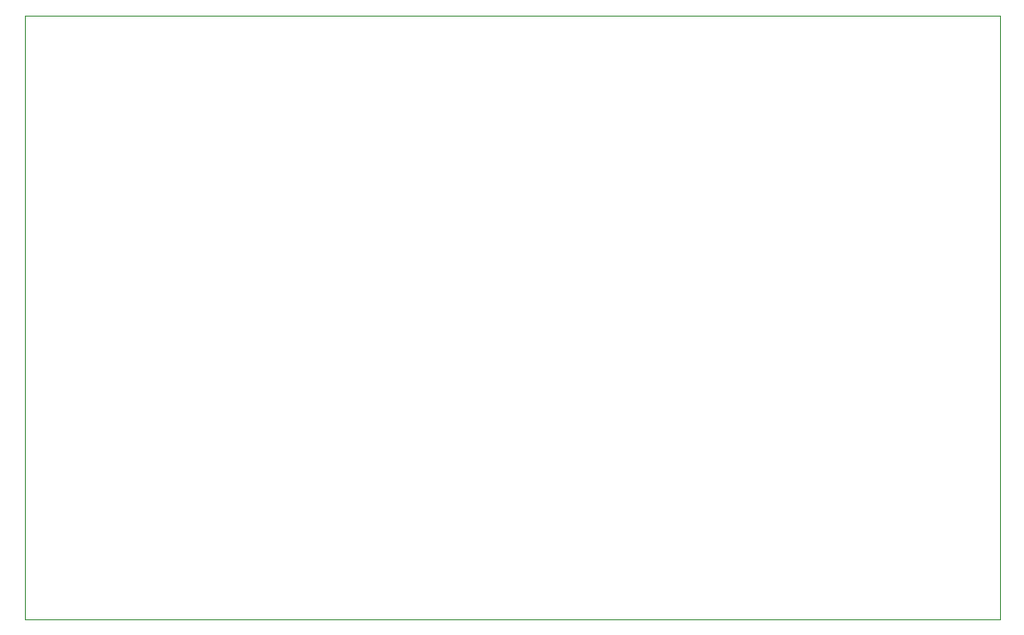
<source format=gbr>
%TF.GenerationSoftware,KiCad,Pcbnew,9.0.4*%
%TF.CreationDate,2025-11-26T19:26:54-05:00*%
%TF.ProjectId,CNC-BOT ESP32 - copia,434e432d-424f-4542-9045-53503332202d,rev?*%
%TF.SameCoordinates,Original*%
%TF.FileFunction,Profile,NP*%
%FSLAX46Y46*%
G04 Gerber Fmt 4.6, Leading zero omitted, Abs format (unit mm)*
G04 Created by KiCad (PCBNEW 9.0.4) date 2025-11-26 19:26:54*
%MOMM*%
%LPD*%
G01*
G04 APERTURE LIST*
%TA.AperFunction,Profile*%
%ADD10C,0.050000*%
%TD*%
G04 APERTURE END LIST*
D10*
X104950000Y-81475000D02*
X194450000Y-81475000D01*
X194450000Y-136975000D01*
X104950000Y-136975000D01*
X104950000Y-81475000D01*
M02*

</source>
